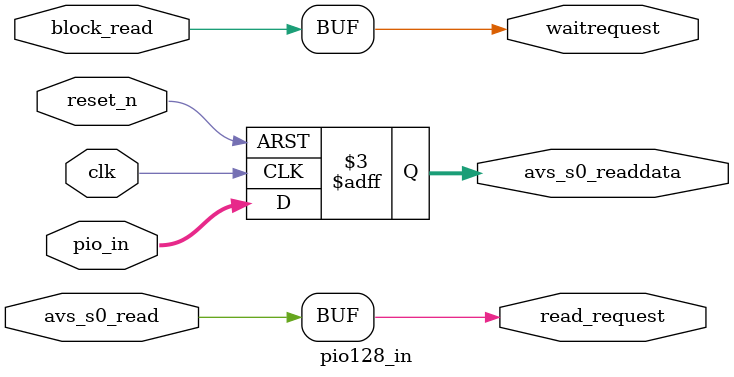
<source format=sv>
module pio128_in (
	input logic clk,
	input logic reset_n,
	input logic block_read,
	input logic avs_s0_read,
	output logic waitrequest,
	output logic [127:0] avs_s0_readdata,
	output logic read_request,
	input logic [127:0] pio_in
);
	assign  read_request = avs_s0_read;
	assign  waitrequest = block_read;
	always_ff@(posedge clk or negedge reset_n) begin
		if(reset_n == 0) begin
		avs_s0_readdata<='0;
		end
		else begin avs_s0_readdata<=pio_in;
		end
	end

endmodule
</source>
